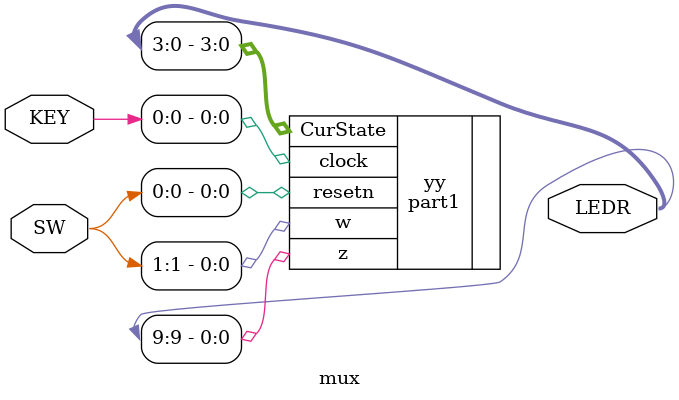
<source format=v>
`timescale 1ns / 1ns // `timescale time_unit/time_precision


//LEDR[0] output display

module mux(LEDR, KEY, SW);
    input [2:0] SW;
	 input [1:0] KEY;
    output [9:0] LEDR;

    part1 yy(
        .clock(KEY[0]),
        .resetn(SW[0]),
        .w(SW[1]),
        .z(LEDR[9]),
		  .CurState(LEDR[3:0])
        );
endmodule



</source>
